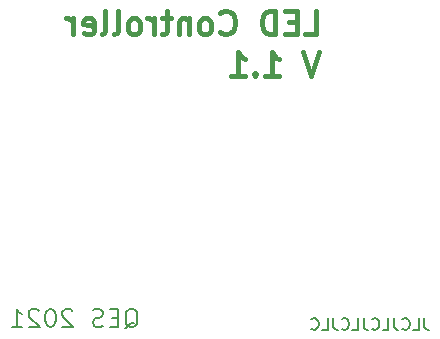
<source format=gbr>
G04 #@! TF.GenerationSoftware,KiCad,Pcbnew,(5.1.8)-1*
G04 #@! TF.CreationDate,2021-08-22T18:59:02-06:00*
G04 #@! TF.ProjectId,LED-Controller,4c45442d-436f-46e7-9472-6f6c6c65722e,rev?*
G04 #@! TF.SameCoordinates,Original*
G04 #@! TF.FileFunction,Legend,Bot*
G04 #@! TF.FilePolarity,Positive*
%FSLAX46Y46*%
G04 Gerber Fmt 4.6, Leading zero omitted, Abs format (unit mm)*
G04 Created by KiCad (PCBNEW (5.1.8)-1) date 2021-08-22 18:59:02*
%MOMM*%
%LPD*%
G01*
G04 APERTURE LIST*
%ADD10C,0.153000*%
%ADD11C,0.200000*%
%ADD12C,0.400000*%
G04 APERTURE END LIST*
D10*
X155619047Y-99452380D02*
X155619047Y-100166666D01*
X155666666Y-100309523D01*
X155761904Y-100404761D01*
X155904761Y-100452380D01*
X156000000Y-100452380D01*
X154666666Y-100452380D02*
X155142857Y-100452380D01*
X155142857Y-99452380D01*
X153761904Y-100357142D02*
X153809523Y-100404761D01*
X153952380Y-100452380D01*
X154047619Y-100452380D01*
X154190476Y-100404761D01*
X154285714Y-100309523D01*
X154333333Y-100214285D01*
X154380952Y-100023809D01*
X154380952Y-99880952D01*
X154333333Y-99690476D01*
X154285714Y-99595238D01*
X154190476Y-99500000D01*
X154047619Y-99452380D01*
X153952380Y-99452380D01*
X153809523Y-99500000D01*
X153761904Y-99547619D01*
X153047619Y-99452380D02*
X153047619Y-100166666D01*
X153095238Y-100309523D01*
X153190476Y-100404761D01*
X153333333Y-100452380D01*
X153428571Y-100452380D01*
X152095238Y-100452380D02*
X152571428Y-100452380D01*
X152571428Y-99452380D01*
X151190476Y-100357142D02*
X151238095Y-100404761D01*
X151380952Y-100452380D01*
X151476190Y-100452380D01*
X151619047Y-100404761D01*
X151714285Y-100309523D01*
X151761904Y-100214285D01*
X151809523Y-100023809D01*
X151809523Y-99880952D01*
X151761904Y-99690476D01*
X151714285Y-99595238D01*
X151619047Y-99500000D01*
X151476190Y-99452380D01*
X151380952Y-99452380D01*
X151238095Y-99500000D01*
X151190476Y-99547619D01*
X150476190Y-99452380D02*
X150476190Y-100166666D01*
X150523809Y-100309523D01*
X150619047Y-100404761D01*
X150761904Y-100452380D01*
X150857142Y-100452380D01*
X149523809Y-100452380D02*
X150000000Y-100452380D01*
X150000000Y-99452380D01*
X148619047Y-100357142D02*
X148666666Y-100404761D01*
X148809523Y-100452380D01*
X148904761Y-100452380D01*
X149047619Y-100404761D01*
X149142857Y-100309523D01*
X149190476Y-100214285D01*
X149238095Y-100023809D01*
X149238095Y-99880952D01*
X149190476Y-99690476D01*
X149142857Y-99595238D01*
X149047619Y-99500000D01*
X148904761Y-99452380D01*
X148809523Y-99452380D01*
X148666666Y-99500000D01*
X148619047Y-99547619D01*
X147904761Y-99452380D02*
X147904761Y-100166666D01*
X147952380Y-100309523D01*
X148047619Y-100404761D01*
X148190476Y-100452380D01*
X148285714Y-100452380D01*
X146952380Y-100452380D02*
X147428571Y-100452380D01*
X147428571Y-99452380D01*
X146047619Y-100357142D02*
X146095238Y-100404761D01*
X146238095Y-100452380D01*
X146333333Y-100452380D01*
X146476190Y-100404761D01*
X146571428Y-100309523D01*
X146619047Y-100214285D01*
X146666666Y-100023809D01*
X146666666Y-99880952D01*
X146619047Y-99690476D01*
X146571428Y-99595238D01*
X146476190Y-99500000D01*
X146333333Y-99452380D01*
X146238095Y-99452380D01*
X146095238Y-99500000D01*
X146047619Y-99547619D01*
D11*
X130250000Y-100321428D02*
X130392857Y-100250000D01*
X130535714Y-100107142D01*
X130750000Y-99892857D01*
X130892857Y-99821428D01*
X131035714Y-99821428D01*
X130964285Y-100178571D02*
X131107142Y-100107142D01*
X131250000Y-99964285D01*
X131321428Y-99678571D01*
X131321428Y-99178571D01*
X131250000Y-98892857D01*
X131107142Y-98750000D01*
X130964285Y-98678571D01*
X130678571Y-98678571D01*
X130535714Y-98750000D01*
X130392857Y-98892857D01*
X130321428Y-99178571D01*
X130321428Y-99678571D01*
X130392857Y-99964285D01*
X130535714Y-100107142D01*
X130678571Y-100178571D01*
X130964285Y-100178571D01*
X129678571Y-99392857D02*
X129178571Y-99392857D01*
X128964285Y-100178571D02*
X129678571Y-100178571D01*
X129678571Y-98678571D01*
X128964285Y-98678571D01*
X128392857Y-100107142D02*
X128178571Y-100178571D01*
X127821428Y-100178571D01*
X127678571Y-100107142D01*
X127607142Y-100035714D01*
X127535714Y-99892857D01*
X127535714Y-99750000D01*
X127607142Y-99607142D01*
X127678571Y-99535714D01*
X127821428Y-99464285D01*
X128107142Y-99392857D01*
X128250000Y-99321428D01*
X128321428Y-99250000D01*
X128392857Y-99107142D01*
X128392857Y-98964285D01*
X128321428Y-98821428D01*
X128250000Y-98750000D01*
X128107142Y-98678571D01*
X127750000Y-98678571D01*
X127535714Y-98750000D01*
X125821428Y-98821428D02*
X125750000Y-98750000D01*
X125607142Y-98678571D01*
X125250000Y-98678571D01*
X125107142Y-98750000D01*
X125035714Y-98821428D01*
X124964285Y-98964285D01*
X124964285Y-99107142D01*
X125035714Y-99321428D01*
X125892857Y-100178571D01*
X124964285Y-100178571D01*
X124035714Y-98678571D02*
X123892857Y-98678571D01*
X123750000Y-98750000D01*
X123678571Y-98821428D01*
X123607142Y-98964285D01*
X123535714Y-99250000D01*
X123535714Y-99607142D01*
X123607142Y-99892857D01*
X123678571Y-100035714D01*
X123750000Y-100107142D01*
X123892857Y-100178571D01*
X124035714Y-100178571D01*
X124178571Y-100107142D01*
X124250000Y-100035714D01*
X124321428Y-99892857D01*
X124392857Y-99607142D01*
X124392857Y-99250000D01*
X124321428Y-98964285D01*
X124250000Y-98821428D01*
X124178571Y-98750000D01*
X124035714Y-98678571D01*
X122964285Y-98821428D02*
X122892857Y-98750000D01*
X122750000Y-98678571D01*
X122392857Y-98678571D01*
X122250000Y-98750000D01*
X122178571Y-98821428D01*
X122107142Y-98964285D01*
X122107142Y-99107142D01*
X122178571Y-99321428D01*
X123035714Y-100178571D01*
X122107142Y-100178571D01*
X120678571Y-100178571D02*
X121535714Y-100178571D01*
X121107142Y-100178571D02*
X121107142Y-98678571D01*
X121250000Y-98892857D01*
X121392857Y-99035714D01*
X121535714Y-99107142D01*
D12*
X146714285Y-76904761D02*
X146047619Y-78904761D01*
X145380952Y-76904761D01*
X142142857Y-78904761D02*
X143285714Y-78904761D01*
X142714285Y-78904761D02*
X142714285Y-76904761D01*
X142904762Y-77190476D01*
X143095238Y-77380952D01*
X143285714Y-77476190D01*
X141285714Y-78714285D02*
X141190476Y-78809523D01*
X141285714Y-78904761D01*
X141380952Y-78809523D01*
X141285714Y-78714285D01*
X141285714Y-78904761D01*
X139285714Y-78904761D02*
X140428571Y-78904761D01*
X139857142Y-78904761D02*
X139857142Y-76904761D01*
X140047619Y-77190476D01*
X140238095Y-77380952D01*
X140428571Y-77476190D01*
X145476190Y-75404761D02*
X146428571Y-75404761D01*
X146428571Y-73404761D01*
X144809523Y-74357142D02*
X144142857Y-74357142D01*
X143857142Y-75404761D02*
X144809523Y-75404761D01*
X144809523Y-73404761D01*
X143857142Y-73404761D01*
X143000000Y-75404761D02*
X143000000Y-73404761D01*
X142523809Y-73404761D01*
X142238095Y-73500000D01*
X142047619Y-73690476D01*
X141952380Y-73880952D01*
X141857142Y-74261904D01*
X141857142Y-74547619D01*
X141952380Y-74928571D01*
X142047619Y-75119047D01*
X142238095Y-75309523D01*
X142523809Y-75404761D01*
X143000000Y-75404761D01*
X138333333Y-75214285D02*
X138428571Y-75309523D01*
X138714285Y-75404761D01*
X138904761Y-75404761D01*
X139190476Y-75309523D01*
X139380952Y-75119047D01*
X139476190Y-74928571D01*
X139571428Y-74547619D01*
X139571428Y-74261904D01*
X139476190Y-73880952D01*
X139380952Y-73690476D01*
X139190476Y-73500000D01*
X138904761Y-73404761D01*
X138714285Y-73404761D01*
X138428571Y-73500000D01*
X138333333Y-73595238D01*
X137190476Y-75404761D02*
X137380952Y-75309523D01*
X137476190Y-75214285D01*
X137571428Y-75023809D01*
X137571428Y-74452380D01*
X137476190Y-74261904D01*
X137380952Y-74166666D01*
X137190476Y-74071428D01*
X136904761Y-74071428D01*
X136714285Y-74166666D01*
X136619047Y-74261904D01*
X136523809Y-74452380D01*
X136523809Y-75023809D01*
X136619047Y-75214285D01*
X136714285Y-75309523D01*
X136904761Y-75404761D01*
X137190476Y-75404761D01*
X135666666Y-74071428D02*
X135666666Y-75404761D01*
X135666666Y-74261904D02*
X135571428Y-74166666D01*
X135380952Y-74071428D01*
X135095238Y-74071428D01*
X134904761Y-74166666D01*
X134809523Y-74357142D01*
X134809523Y-75404761D01*
X134142857Y-74071428D02*
X133380952Y-74071428D01*
X133857142Y-73404761D02*
X133857142Y-75119047D01*
X133761904Y-75309523D01*
X133571428Y-75404761D01*
X133380952Y-75404761D01*
X132714285Y-75404761D02*
X132714285Y-74071428D01*
X132714285Y-74452380D02*
X132619047Y-74261904D01*
X132523809Y-74166666D01*
X132333333Y-74071428D01*
X132142857Y-74071428D01*
X131190476Y-75404761D02*
X131380952Y-75309523D01*
X131476190Y-75214285D01*
X131571428Y-75023809D01*
X131571428Y-74452380D01*
X131476190Y-74261904D01*
X131380952Y-74166666D01*
X131190476Y-74071428D01*
X130904761Y-74071428D01*
X130714285Y-74166666D01*
X130619047Y-74261904D01*
X130523809Y-74452380D01*
X130523809Y-75023809D01*
X130619047Y-75214285D01*
X130714285Y-75309523D01*
X130904761Y-75404761D01*
X131190476Y-75404761D01*
X129380952Y-75404761D02*
X129571428Y-75309523D01*
X129666666Y-75119047D01*
X129666666Y-73404761D01*
X128333333Y-75404761D02*
X128523809Y-75309523D01*
X128619047Y-75119047D01*
X128619047Y-73404761D01*
X126809523Y-75309523D02*
X127000000Y-75404761D01*
X127380952Y-75404761D01*
X127571428Y-75309523D01*
X127666666Y-75119047D01*
X127666666Y-74357142D01*
X127571428Y-74166666D01*
X127380952Y-74071428D01*
X127000000Y-74071428D01*
X126809523Y-74166666D01*
X126714285Y-74357142D01*
X126714285Y-74547619D01*
X127666666Y-74738095D01*
X125857142Y-75404761D02*
X125857142Y-74071428D01*
X125857142Y-74452380D02*
X125761904Y-74261904D01*
X125666666Y-74166666D01*
X125476190Y-74071428D01*
X125285714Y-74071428D01*
M02*

</source>
